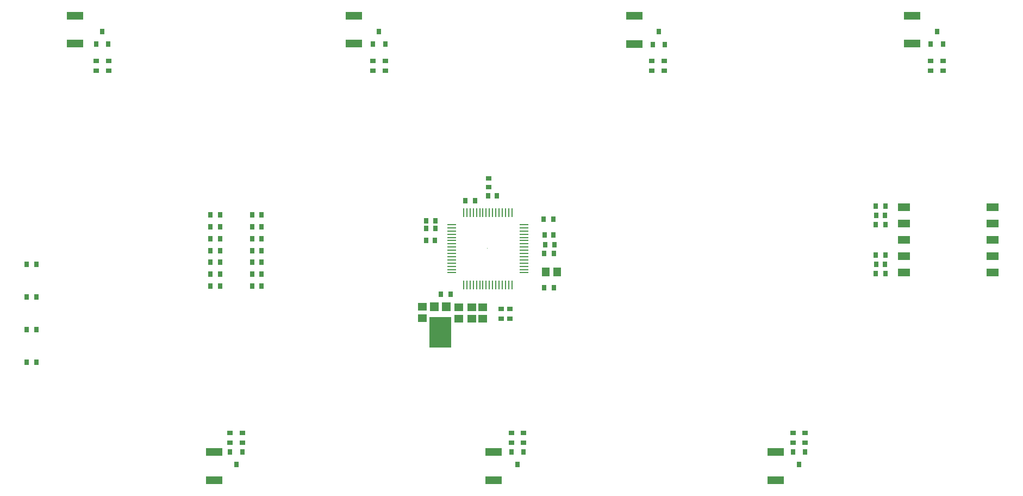
<source format=gtp>
G04*
G04 #@! TF.GenerationSoftware,Altium Limited,Altium Designer,20.2.6 (244)*
G04*
G04 Layer_Color=8421504*
%FSLAX25Y25*%
%MOIN*%
G70*
G04*
G04 #@! TF.SameCoordinates,A281CC0B-DA72-4783-A236-2048B1716941*
G04*
G04*
G04 #@! TF.FilePolarity,Positive*
G04*
G01*
G75*
%ADD17R,0.02756X0.03543*%
%ADD18R,0.03150X0.03543*%
%ADD19R,0.03543X0.03150*%
%ADD20R,0.10236X0.04724*%
%ADD21R,0.03543X0.02756*%
%ADD22R,0.03150X0.03543*%
%ADD23R,0.05512X0.04724*%
%ADD24R,0.13228X0.19134*%
%ADD25R,0.05512X0.05472*%
%ADD26R,0.07441X0.05000*%
%ADD27R,0.00100X0.00100*%
%ADD28R,0.01063X0.05753*%
%ADD29R,0.05753X0.01063*%
%ADD30R,0.04724X0.05512*%
D17*
X157102Y118000D02*
D03*
X163007D02*
D03*
X157102Y125286D02*
D03*
X163007D02*
D03*
X157102Y132572D02*
D03*
X163007D02*
D03*
X157102Y139858D02*
D03*
X163007D02*
D03*
X157102Y147144D02*
D03*
X163007D02*
D03*
X157102Y154430D02*
D03*
X163007D02*
D03*
X157102Y161716D02*
D03*
X163007D02*
D03*
X131557Y118000D02*
D03*
X137463D02*
D03*
X131557Y125286D02*
D03*
X137463D02*
D03*
X131557Y132572D02*
D03*
X137463D02*
D03*
X131557Y139858D02*
D03*
X137463D02*
D03*
X131557Y147144D02*
D03*
X137463D02*
D03*
X131557Y154430D02*
D03*
X137463D02*
D03*
X131557Y161716D02*
D03*
X137463D02*
D03*
X18897Y71417D02*
D03*
X24803D02*
D03*
X18897Y91417D02*
D03*
X24803D02*
D03*
X18897Y111417D02*
D03*
X24803D02*
D03*
X18897Y131417D02*
D03*
X24803D02*
D03*
X545493Y167108D02*
D03*
X539587D02*
D03*
X545493Y155652D02*
D03*
X539587D02*
D03*
X545493Y137108D02*
D03*
X539587D02*
D03*
X545493Y125673D02*
D03*
X539587D02*
D03*
X287903Y170240D02*
D03*
X293809D02*
D03*
X341973Y159200D02*
D03*
X336067D02*
D03*
X278930Y113130D02*
D03*
X273025D02*
D03*
X342183Y138052D02*
D03*
X336277D02*
D03*
X342183Y116990D02*
D03*
X336277D02*
D03*
D18*
X269346Y145980D02*
D03*
X263834D02*
D03*
X263974Y153370D02*
D03*
X269486D02*
D03*
X269506Y158110D02*
D03*
X263994D02*
D03*
X301879Y173420D02*
D03*
X307391D02*
D03*
X341986Y149400D02*
D03*
X336474D02*
D03*
X342556Y143300D02*
D03*
X337044D02*
D03*
X545296Y161380D02*
D03*
X539784D02*
D03*
X545296Y131380D02*
D03*
X539784D02*
D03*
D19*
X302350Y184163D02*
D03*
Y178652D02*
D03*
D20*
X478330Y16321D02*
D03*
Y-1001D02*
D03*
X561940Y266569D02*
D03*
Y283891D02*
D03*
X391620Y266319D02*
D03*
Y283641D02*
D03*
X219450Y266569D02*
D03*
Y283891D02*
D03*
X305100Y16321D02*
D03*
Y-1001D02*
D03*
X133750Y16321D02*
D03*
Y-1001D02*
D03*
X48730Y283891D02*
D03*
Y266569D02*
D03*
D21*
X496250Y22217D02*
D03*
Y28123D02*
D03*
X488770D02*
D03*
Y22217D02*
D03*
X580890Y255952D02*
D03*
Y250046D02*
D03*
X573410Y255952D02*
D03*
Y250046D02*
D03*
X409780Y255952D02*
D03*
Y250046D02*
D03*
X402300Y255952D02*
D03*
Y250046D02*
D03*
X239000Y255952D02*
D03*
Y250046D02*
D03*
X231170Y255952D02*
D03*
Y250046D02*
D03*
X323720Y22217D02*
D03*
Y28123D02*
D03*
X316240D02*
D03*
Y22217D02*
D03*
X151192Y28123D02*
D03*
Y22217D02*
D03*
X143711D02*
D03*
Y28123D02*
D03*
X69177Y249997D02*
D03*
Y255903D02*
D03*
X61500Y249997D02*
D03*
Y255903D02*
D03*
X315392Y98139D02*
D03*
Y104045D02*
D03*
X309902Y98139D02*
D03*
Y104045D02*
D03*
D22*
X496250Y16487D02*
D03*
X488770D02*
D03*
X492510Y8613D02*
D03*
X573410Y266333D02*
D03*
X580890D02*
D03*
X577150Y274207D02*
D03*
X406610Y274094D02*
D03*
X410350Y266220D02*
D03*
X402870D02*
D03*
X235063Y274207D02*
D03*
X238803Y266333D02*
D03*
X231323D02*
D03*
X323720Y16487D02*
D03*
X316240D02*
D03*
X319980Y8613D02*
D03*
X65240Y274207D02*
D03*
X68980Y266333D02*
D03*
X61500D02*
D03*
X147452Y8613D02*
D03*
X143711Y16487D02*
D03*
X151192D02*
D03*
D23*
X261700Y105513D02*
D03*
Y98427D02*
D03*
X291796Y98084D02*
D03*
Y105171D02*
D03*
X298730Y98084D02*
D03*
Y105171D02*
D03*
X283940Y98084D02*
D03*
Y105171D02*
D03*
D24*
X272590Y89712D02*
D03*
D25*
X276212Y105389D02*
D03*
X268968D02*
D03*
D26*
X611280Y126380D02*
D03*
Y136380D02*
D03*
Y146380D02*
D03*
Y156380D02*
D03*
Y166380D02*
D03*
X556989Y126380D02*
D03*
Y136380D02*
D03*
Y146380D02*
D03*
Y156380D02*
D03*
Y166380D02*
D03*
D27*
X301683Y141005D02*
D03*
D28*
X316446Y118859D02*
D03*
X314478D02*
D03*
X312509D02*
D03*
X310541D02*
D03*
X308572D02*
D03*
X306604D02*
D03*
X304635D02*
D03*
X302667D02*
D03*
X300698D02*
D03*
X298730D02*
D03*
X296761D02*
D03*
X294793D02*
D03*
X292824D02*
D03*
X290856D02*
D03*
X288887D02*
D03*
X286919D02*
D03*
Y163150D02*
D03*
X288887D02*
D03*
X290856Y163150D02*
D03*
X292824D02*
D03*
X294793D02*
D03*
X296761D02*
D03*
X298730D02*
D03*
X300698Y163150D02*
D03*
X302667D02*
D03*
X304635Y163150D02*
D03*
X306604D02*
D03*
X308572D02*
D03*
X310541D02*
D03*
X312509D02*
D03*
X314478Y163150D02*
D03*
X316446D02*
D03*
D29*
X279537Y126241D02*
D03*
Y128209D02*
D03*
Y130178D02*
D03*
Y132146D02*
D03*
Y134115D02*
D03*
Y136083D02*
D03*
Y138052D02*
D03*
Y140020D02*
D03*
Y141989D02*
D03*
Y143957D02*
D03*
Y145926D02*
D03*
Y147894D02*
D03*
Y149863D02*
D03*
Y151831D02*
D03*
Y153800D02*
D03*
Y155768D02*
D03*
X323828D02*
D03*
Y153800D02*
D03*
X323828Y151831D02*
D03*
Y149863D02*
D03*
Y147894D02*
D03*
Y145926D02*
D03*
Y143957D02*
D03*
X323828Y141989D02*
D03*
Y140020D02*
D03*
X323828Y138052D02*
D03*
Y136083D02*
D03*
Y134115D02*
D03*
Y132146D02*
D03*
Y130178D02*
D03*
X323828Y128209D02*
D03*
Y126241D02*
D03*
D30*
X337262Y126690D02*
D03*
X344348D02*
D03*
M02*

</source>
